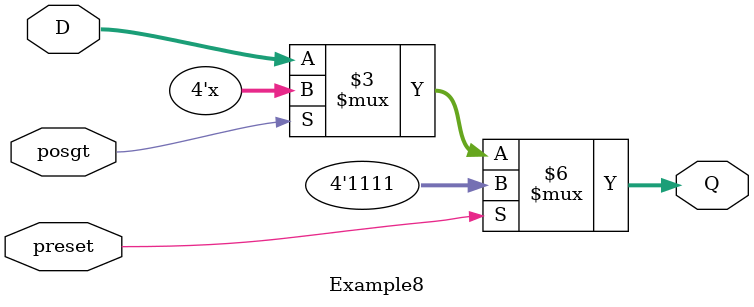
<source format=v>
`timescale 1ns / 1ps
 

module Example8(Q, D, posgt, preset);
output [3:0]Q;
input [3:0]D;
input posgt, preset;
reg [3:0]Q;
always@(D or posgt or preset)
begin
if(preset)
Q <= 4'b1111;
else if(~posgt)
Q <= D;
end
endmodule

</source>
